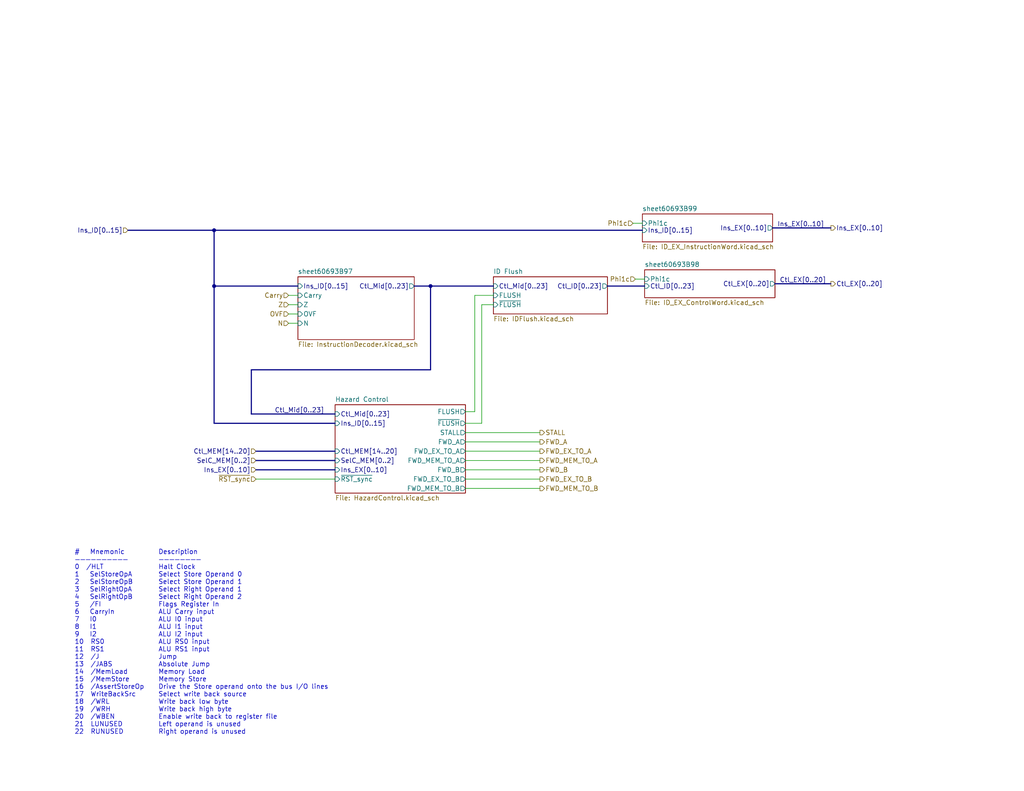
<source format=kicad_sch>
(kicad_sch (version 20230121) (generator eeschema)
  (paper "USLetter")
  (title_block (title "ID") (date "2023-11-15") (rev "A") (comment 1 "Simultaneously, read the register file using indices extracted from the instruction word.") (comment 2 "effect conditional instructions.") (comment 3 "The decoder takes the condition code from the flags register into account to") (comment 4 "The instruction decoder turns a 5-bit opcode into an array of control signals."))
  (lib_symbols)
  (junction (at 58.42 62.865))
  (junction (at 58.42 78.105))
  (junction (at 117.475 78.105))
  (wire (pts (xy 134.62 83.185) (xy 131.445 83.185)))
  (wire (pts (xy 81.28 88.265) (xy 78.74 88.265)))
  (bus (pts (xy 68.58 113.03) (xy 91.44 113.03)))
  (bus (pts (xy 117.475 100.965) (xy 117.475 78.105)))
  (wire (pts (xy 134.62 80.645) (xy 129.54 80.645)))
  (wire (pts (xy 129.54 80.645) (xy 129.54 112.395)))
  (wire (pts (xy 175.895 76.2) (xy 173.355 76.2)))
  (wire (pts (xy 127 128.27) (xy 147.32 128.27)))
  (wire (pts (xy 175.26 60.96) (xy 172.72 60.96)))
  (bus (pts (xy 69.85 128.27) (xy 91.44 128.27)))
  (bus (pts (xy 165.735 78.105) (xy 175.895 78.105)))
  (wire (pts (xy 131.445 83.185) (xy 131.445 115.57)))
  (wire (pts (xy 81.28 85.725) (xy 78.74 85.725)))
  (wire (pts (xy 127 123.19) (xy 147.32 123.19)))
  (bus (pts (xy 58.42 115.57) (xy 91.44 115.57)))
  (bus (pts (xy 69.85 123.19) (xy 91.44 123.19)))
  (wire (pts (xy 127 120.65) (xy 147.32 120.65)))
  (bus (pts (xy 69.85 125.73) (xy 91.44 125.73)))
  (wire (pts (xy 81.28 83.185) (xy 78.74 83.185)))
  (wire (pts (xy 127 133.35) (xy 147.32 133.35)))
  (bus (pts (xy 34.925 62.865) (xy 58.42 62.865)))
  (bus (pts (xy 68.58 100.965) (xy 117.475 100.965)))
  (bus (pts (xy 81.28 78.105) (xy 58.42 78.105)))
  (wire (pts (xy 127 118.11) (xy 147.32 118.11)))
  (wire (pts (xy 131.445 115.57) (xy 127 115.57)))
  (wire (pts (xy 127 125.73) (xy 147.32 125.73)))
  (bus (pts (xy 117.475 78.105) (xy 134.62 78.105)))
  (bus (pts (xy 211.455 77.47) (xy 226.695 77.47)))
  (bus (pts (xy 58.42 62.865) (xy 175.26 62.865)))
  (wire (pts (xy 127 112.395) (xy 129.54 112.395)))
  (wire (pts (xy 147.32 130.81) (xy 127 130.81)))
  (bus (pts (xy 113.03 78.105) (xy 117.475 78.105)))
  (wire (pts (xy 81.28 80.645) (xy 78.74 80.645)))
  (bus (pts (xy 210.82 62.23) (xy 226.695 62.23)))
  (bus (pts (xy 58.42 78.105) (xy 58.42 115.57)))
  (bus (pts (xy 68.58 113.03) (xy 68.58 100.965)))
  (bus (pts (xy 58.42 62.865) (xy 58.42 78.105)))
  (wire (pts (xy 69.85 130.81) (xy 91.44 130.81)))
  (text "Description\n————————\nHalt Clock\nSelect Store Operand 0\nSelect Store Operand 1\nSelect Right Operand 1\nSelect Right Operand 2\nFlags Register In\nALU Carry input\nALU I0 input\nALU I1 input\nALU I2 input\nALU RS0 input\nALU RS1 input\nJump\nAbsolute Jump\nMemory Load\nMemory Store\nDrive the Store operand onto the bus I/O lines\nSelect write back source\nWrite back low byte\nWrite back high byte\nEnable write back to register file\nLeft operand is unused\nRight operand is unused" (at 43.18 200.66 0) (effects (font (size 1.27 1.27)) (justify left bottom)))
  (text "#   Mnemonic\n——————————\n0  /HLT\n1   SelStoreOpA\n2   SelStoreOpB\n3   SelRightOpA\n4   SelRightOpB\n5   /FI\n6   CarryIn\n7   I0\n8   I1\n9   I2\n10  RS0\n11  RS1\n12  /J\n13  /JABS\n14  /MemLoad\n15  /MemStore\n16  /AssertStoreOp\n17  WriteBackSrc\n18  /WRL\n19  /WRH\n20  /WBEN\n21  LUNUSED\n22  RUNUSED" (at 20.32 200.66 0) (effects (font (size 1.27 1.27)) (justify left bottom)))
  (label "Ins_EX[0..10]" (at 212.09 62.23 0))
  (label "Ctl_EX[0..20]" (at 212.725 77.47 0))
  (label "Ctl_Mid[0..23]" (at 74.93 113.03 0))
  (hierarchical_label "Carry" (shape input) (at 78.74 80.645 180))
  (hierarchical_label "Phi1c" (shape input) (at 173.355 76.2 180))
  (hierarchical_label "OVF" (shape input) (at 78.74 85.725 180))
  (hierarchical_label "FWD_A" (shape output) (at 147.32 120.65 0))
  (hierarchical_label "N" (shape input) (at 78.74 88.265 180))
  (hierarchical_label "Z" (shape input) (at 78.74 83.185 180))
  (hierarchical_label "FWD_EX_TO_B" (shape output) (at 147.32 130.81 0))
  (hierarchical_label "Ctl_EX[0..20]" (shape output) (at 226.695 77.47 0))
  (hierarchical_label "Ins_EX[0..10]" (shape input) (at 69.85 128.27 180))
  (hierarchical_label "STALL" (shape output) (at 147.32 118.11 0))
  (hierarchical_label "Ctl_MEM[14..20]" (shape input) (at 69.85 123.19 180))
  (hierarchical_label "Ins_EX[0..10]" (shape output) (at 226.695 62.23 0))
  (hierarchical_label "FWD_MEM_TO_B" (shape output) (at 147.32 133.35 0))
  (hierarchical_label "Phi1c" (shape input) (at 172.72 60.96 180))
  (hierarchical_label "FWD_MEM_TO_A" (shape output) (at 147.32 125.73 0))
  (hierarchical_label "SelC_MEM[0..2]" (shape input) (at 69.85 125.73 180))
  (hierarchical_label "Ins_ID[0..15]" (shape input) (at 34.925 62.865 180))
  (hierarchical_label "FWD_EX_TO_A" (shape output) (at 147.32 123.19 0))
  (hierarchical_label "~{RST_sync}" (shape input) (at 69.85 130.81 180))
  (hierarchical_label "FWD_B" (shape output) (at 147.32 128.27 0))
  (sheet (at 91.44 110.49) (size 35.56 24.13)
    (property "Sheetname" "Hazard Control" (at 91.44 109.7784 0) (effects (justify left bottom)))
    (property "Sheetfile" "HazardControl.kicad_sch" (at 91.44 135.2046 0) (effects (justify left top)))
    (pin "SelC_MEM[0..2]" input (at 91.44 125.73 180))
    (pin "Ins_EX[0..10]" input (at 91.44 128.27 180))
    (pin "Ctl_MEM[14..20]" input (at 91.44 123.19 180))
    (pin "Ins_ID[0..15]" input (at 91.44 115.57 180))
    (pin "STALL" output (at 127 118.11 0))
    (pin "~{FLUSH}" output (at 127 115.57 0))
    (pin "FWD_A" output (at 127 120.65 0))
    (pin "FWD_EX_TO_A" output (at 127 123.19 0))
    (pin "FWD_MEM_TO_A" output (at 127 125.73 0))
    (pin "FWD_EX_TO_B" output (at 127 130.81 0))
    (pin "FWD_MEM_TO_B" output (at 127 133.35 0))
    (pin "FWD_B" output (at 127 128.27 0))
    (pin "Ctl_Mid[0..23]" input (at 91.44 113.03 180))
    (pin "~{RST_sync}" input (at 91.44 130.81 180))
    (pin "FLUSH" output (at 127 112.395 0))
  )
  (sheet (at 81.28 75.565) (size 31.75 17.145)
    (property "Sheetname" "sheet60693B97" (at 81.28 74.8534 0) (effects (justify left bottom)))
    (property "Sheetfile" "InstructionDecoder.kicad_sch" (at 81.28 93.2946 0) (effects (justify left top)))
    (pin "Carry" input (at 81.28 80.645 180))
    (pin "Z" input (at 81.28 83.185 180))
    (pin "Ins_ID[0..15]" input (at 81.28 78.105 180))
    (pin "OVF" input (at 81.28 85.725 180))
    (pin "Ctl_Mid[0..23]" output (at 113.03 78.105 0))
    (pin "N" input (at 81.28 88.265 180))
  )
  (sheet (at 175.895 73.66) (size 35.56 7.62)
    (property "Sheetname" "sheet60693B98" (at 175.895 72.9484 0) (effects (justify left bottom)))
    (property "Sheetfile" "ID_EX_ControlWord.kicad_sch" (at 175.895 81.8646 0) (effects (justify left top)))
    (pin "Ctl_ID[0..23]" input (at 175.895 78.105 180))
    (pin "Ctl_EX[0..20]" output (at 211.455 77.47 0))
    (pin "Phi1c" input (at 175.895 76.2 180))
  )
  (sheet (at 175.26 58.42) (size 35.56 7.62)
    (property "Sheetname" "sheet60693B99" (at 175.26 57.7084 0) (effects (justify left bottom)))
    (property "Sheetfile" "ID_EX_InstructionWord.kicad_sch" (at 175.26 66.6246 0) (effects (justify left top)))
    (pin "Ins_ID[0..15]" input (at 175.26 62.865 180))
    (pin "Ins_EX[0..10]" output (at 210.82 62.23 0))
    (pin "Phi1c" input (at 175.26 60.96 180))
  )
  (sheet (at 134.62 75.565) (size 31.115 10.16) (stroke (width 0.1524))
    (property "Sheetname" "ID Flush" (at 134.62 74.8534 0) (effects (justify left bottom)))
    (property "Sheetfile" "IDFlush.kicad_sch" (at 134.62 86.3096 0) (effects (justify left top)))
    (pin "Ctl_ID[0..23]" output (at 165.735 78.105 0))
    (pin "~{FLUSH}" input (at 134.62 83.185 180))
    (pin "Ctl_Mid[0..23]" input (at 134.62 78.105 180))
    (pin "FLUSH" input (at 134.62 80.645 180))
  )
)
</source>
